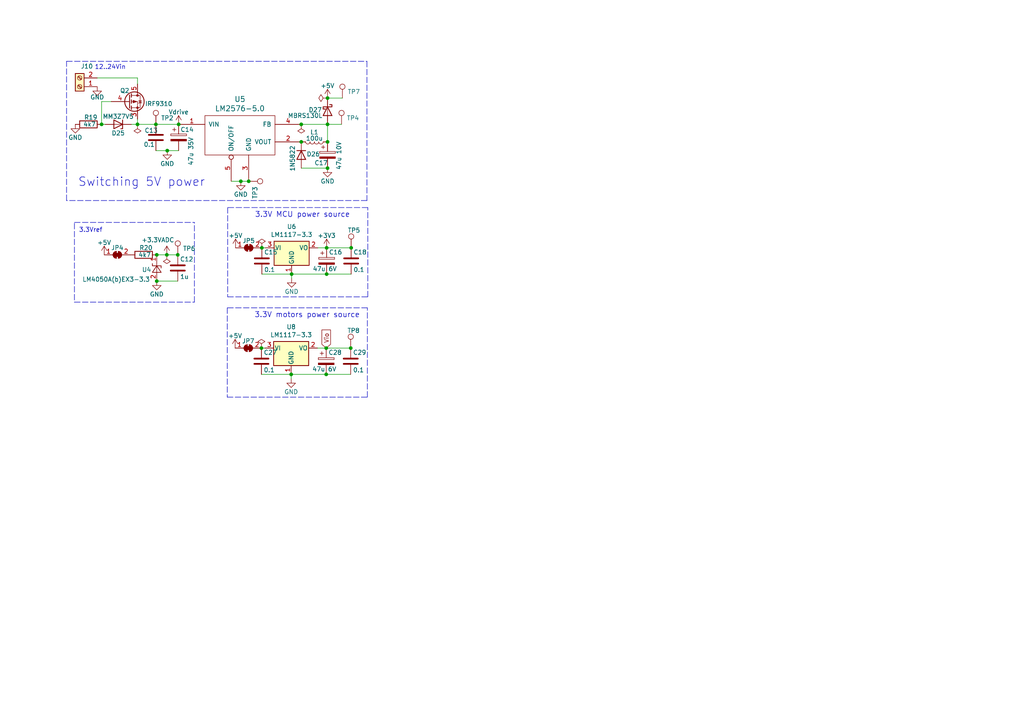
<source format=kicad_sch>
(kicad_sch (version 20211123) (generator eeschema)
  (paper "A4")
  (lib_symbols
    (symbol "Connector:Screw_Terminal_01x02" (pin_names (offset 1.016) hide)
      (property "Reference" "J" (at 0 2.54 0))
      (property "Value" "Screw_Terminal_01x02" (at 0 -5.08 0))
      (symbol "Screw_Terminal_01x02_1_1"
        (rectangle (start -1.27 1.27) (end 1.27 -3.81) (stroke (width 0.254)) (fill (type background)))
        (circle (center 0 -2.54) (radius 0.635) (stroke (width 0.1524)))
        (polyline (pts (xy -0.5334 -2.2098) (xy 0.3302 -3.048)) (stroke (width 0.1524)))
        (polyline (pts (xy -0.5334 0.3302) (xy 0.3302 -0.508)) (stroke (width 0.1524)))
        (polyline (pts (xy -0.3556 -2.032) (xy 0.508 -2.8702)) (stroke (width 0.1524)))
        (polyline (pts (xy -0.3556 0.508) (xy 0.508 -0.3302)) (stroke (width 0.1524)))
        (circle (center 0 0) (radius 0.635) (stroke (width 0.1524)))
        (pin passive line (at -5.08 0 0) (length 3.81) (name "Pin_1") (number "1"))
        (pin passive line (at -5.08 -2.54 0) (length 3.81) (name "Pin_2") (number "2"))
      )
    )
    (symbol "Connector:TestPoint" (pin_numbers hide) (pin_names (offset 0.762) hide)
      (property "Reference" "TP" (at 0 6.858 0))
      (property "Value" "TestPoint" (at 0 5.08 0))
      (symbol "TestPoint_0_1"
        (circle (center 0 3.302) (radius 0.762))
      )
      (symbol "TestPoint_1_1"
        (pin passive line (at 0 0 90) (length 2.54) (name "1") (number "1"))
      )
    )
    (symbol "Device:C" (pin_numbers hide) (pin_names (offset 0.254))
      (property "Reference" "C" (at 0.635 2.54 0))
      (property "Value" "C" (at 0.635 -2.54 0))
      (symbol "C_0_1"
        (polyline (pts (xy -2.032 -0.762) (xy 2.032 -0.762)) (stroke (width 0.508)))
        (polyline (pts (xy -2.032 0.762) (xy 2.032 0.762)) (stroke (width 0.508)))
      )
      (symbol "C_1_1"
        (pin passive line (at 0 3.81 270) (length 2.794) (name "~") (number "1"))
        (pin passive line (at 0 -3.81 90) (length 2.794) (name "~") (number "2"))
      )
    )
    (symbol "Device:C_Polarized" (pin_numbers hide) (pin_names (offset 0.254))
      (property "Reference" "C" (at 0.635 2.54 0))
      (property "Value" "C_Polarized" (at 0.635 -2.54 0))
      (symbol "C_Polarized_0_1"
        (rectangle (start -2.286 0.508) (end 2.286 1.016))
        (polyline (pts (xy -1.778 2.286) (xy -0.762 2.286)))
        (polyline (pts (xy -1.27 2.794) (xy -1.27 1.778)))
        (rectangle (start 2.286 -0.508) (end -2.286 -1.016) (fill (type outline)))
      )
      (symbol "C_Polarized_1_1"
        (pin passive line (at 0 3.81 270) (length 2.794) (name "~") (number "1"))
        (pin passive line (at 0 -3.81 90) (length 2.794) (name "~") (number "2"))
      )
    )
    (symbol "Device:D" (pin_numbers hide) (pin_names (offset 1.016) hide)
      (property "Reference" "D" (at 0 2.54 0))
      (property "Value" "D" (at 0 -2.54 0))
      (symbol "D_0_1"
        (polyline (pts (xy -1.27 1.27) (xy -1.27 -1.27)) (stroke (width 0.254)))
        (polyline (pts (xy 1.27 0) (xy -1.27 0)))
        (polyline (pts (xy 1.27 1.27) (xy 1.27 -1.27) (xy -1.27 0) (xy 1.27 1.27)) (stroke (width 0.254)))
      )
      (symbol "D_1_1"
        (pin passive line (at -3.81 0 0) (length 2.54) (name "K") (number "1"))
        (pin passive line (at 3.81 0 180) (length 2.54) (name "A") (number "2"))
      )
    )
    (symbol "Device:D_Schottky" (pin_numbers hide) (pin_names (offset 1.016) hide)
      (property "Reference" "D" (at 0 2.54 0))
      (property "Value" "D_Schottky" (at 0 -2.54 0))
      (symbol "D_Schottky_0_1"
        (polyline (pts (xy 1.27 0) (xy -1.27 0)))
        (polyline (pts (xy 1.27 1.27) (xy 1.27 -1.27) (xy -1.27 0) (xy 1.27 1.27)) (stroke (width 0.254)))
        (polyline (pts (xy -1.905 0.635) (xy -1.905 1.27) (xy -1.27 1.27) (xy -1.27 -1.27) (xy -0.635 -1.27) (xy -0.635 -0.635)) (stroke (width 0.254)))
      )
      (symbol "D_Schottky_1_1"
        (pin passive line (at -3.81 0 0) (length 2.54) (name "K") (number "1"))
        (pin passive line (at 3.81 0 180) (length 2.54) (name "A") (number "2"))
      )
    )
    (symbol "Device:D_Zener" (pin_numbers hide) (pin_names (offset 1.016) hide)
      (property "Reference" "D" (at 0 2.54 0))
      (property "Value" "D_Zener" (at 0 -2.54 0))
      (symbol "D_Zener_0_1"
        (polyline (pts (xy 1.27 0) (xy -1.27 0)))
        (polyline (pts (xy -1.27 -1.27) (xy -1.27 1.27) (xy -0.762 1.27)) (stroke (width 0.254)))
        (polyline (pts (xy 1.27 -1.27) (xy 1.27 1.27) (xy -1.27 0) (xy 1.27 -1.27)) (stroke (width 0.254)))
      )
      (symbol "D_Zener_1_1"
        (pin passive line (at -3.81 0 0) (length 2.54) (name "K") (number "1"))
        (pin passive line (at 3.81 0 180) (length 2.54) (name "A") (number "2"))
      )
    )
    (symbol "Device:L" (pin_numbers hide) (pin_names (offset 1.016) hide)
      (property "Reference" "L" (at -1.27 0 90))
      (property "Value" "L" (at 1.905 0 90))
      (symbol "L_0_1"
        (arc (start 0 -2.54) (mid 0.635 -1.905) (end 0 -1.27))
        (arc (start 0 -1.27) (mid 0.635 -0.635) (end 0 0))
        (arc (start 0 0) (mid 0.635 0.635) (end 0 1.27))
        (arc (start 0 1.27) (mid 0.635 1.905) (end 0 2.54))
      )
      (symbol "L_1_1"
        (pin passive line (at 0 3.81 270) (length 1.27) (name "1") (number "1"))
        (pin passive line (at 0 -3.81 90) (length 1.27) (name "2") (number "2"))
      )
    )
    (symbol "Device:R" (pin_numbers hide) (pin_names (offset 0))
      (property "Reference" "R" (at 2.032 0 90))
      (property "Value" "R" (at 0 0 90))
      (symbol "R_0_1"
        (rectangle (start -1.016 -2.54) (end 1.016 2.54) (stroke (width 0.254)))
      )
      (symbol "R_1_1"
        (pin passive line (at 0 3.81 270) (length 1.27) (name "~") (number "1"))
        (pin passive line (at 0 -3.81 90) (length 1.27) (name "~") (number "2"))
      )
    )
    (symbol "Jumper:SolderJumper_2_Bridged" (pin_names (offset 0) hide)
      (property "Reference" "JP" (at 0 2.032 0))
      (property "Value" "SolderJumper_2_Bridged" (at 0 -2.54 0))
      (symbol "SolderJumper_2_Bridged_0_1"
        (rectangle (start -0.508 0.508) (end 0.508 -0.508) (fill (type outline)))
        (arc (start -0.254 1.016) (mid -1.27 0) (end -0.254 -1.016))
        (arc (start -0.254 1.016) (mid -1.27 0) (end -0.254 -1.016) (fill (type outline)))
        (polyline (pts (xy -0.254 1.016) (xy -0.254 -1.016)))
        (polyline (pts (xy 0.254 1.016) (xy 0.254 -1.016)))
        (arc (start 0.254 -1.016) (mid 1.27 0) (end 0.254 1.016))
        (arc (start 0.254 -1.016) (mid 1.27 0) (end 0.254 1.016) (fill (type outline)))
      )
      (symbol "SolderJumper_2_Bridged_1_1"
        (pin passive line (at -3.81 0 0) (length 2.54) (name "A") (number "1"))
        (pin passive line (at 3.81 0 180) (length 2.54) (name "B") (number "2"))
      )
    )
    (symbol "Reference_Voltage:LM4040DBZ-3" (pin_names (offset 0.0254) hide)
      (property "Reference" "U" (at 0 2.54 0))
      (property "Value" "LM4040DBZ-3" (at 0 -3.175 0))
      (symbol "LM4040DBZ-3_0_1"
        (polyline (pts (xy -1.27 0) (xy 0 0) (xy 1.27 0)))
        (polyline (pts (xy -1.27 -1.27) (xy 0.635 0) (xy -1.27 1.27) (xy -1.27 -1.27)) (stroke (width 0.2032)))
        (polyline (pts (xy 0 -1.27) (xy 0.635 -1.27) (xy 0.635 1.27) (xy 1.27 1.27)) (stroke (width 0.2032)))
      )
      (symbol "LM4040DBZ-3_1_1"
        (pin passive line (at 3.81 0 180) (length 2.54) (name "K") (number "1"))
        (pin passive line (at -3.81 0 0) (length 2.54) (name "A") (number "2"))
      )
    )
    (symbol "Regulator_Linear:LM1117-3.3" (pin_names (offset 0.254))
      (property "Reference" "U" (at -3.81 3.175 0))
      (property "Value" "LM1117-3.3" (at 0 3.175 0))
      (symbol "LM1117-3.3_0_1"
        (rectangle (start -5.08 -5.08) (end 5.08 1.905) (stroke (width 0.254)) (fill (type background)))
      )
      (symbol "LM1117-3.3_1_1"
        (pin power_in line (at 0 -7.62 90) (length 2.54) (name "GND") (number "1"))
        (pin power_out line (at 7.62 0 180) (length 2.54) (name "VO") (number "2"))
        (pin power_in line (at -7.62 0 0) (length 2.54) (name "VI") (number "3"))
      )
    )
    (symbol "elements:IRF9310" (pin_names (offset 0) hide)
      (property "Reference" "Q" (at 5.08 1.27 0))
      (property "Value" "IRF9310" (at 5.08 -1.27 0))
      (symbol "IRF9310_0_1"
        (polyline (pts (xy 0.0508 0) (xy 0.254 0)))
        (polyline (pts (xy 0.762 -1.778) (xy 2.54 -1.778)))
        (polyline (pts (xy 0.762 -1.27) (xy 0.762 -2.286)) (stroke (width 0.254)))
        (polyline (pts (xy 0.762 0) (xy 2.54 0)))
        (polyline (pts (xy 0.762 0.508) (xy 0.762 -0.508)) (stroke (width 0.254)))
        (polyline (pts (xy 0.762 1.778) (xy 2.54 1.778)))
        (polyline (pts (xy 0.762 2.286) (xy 0.762 1.27)) (stroke (width 0.254)))
        (polyline (pts (xy 2.54 -1.778) (xy 2.54 -2.54)))
        (polyline (pts (xy 2.54 -1.778) (xy 2.54 0)))
        (polyline (pts (xy 2.54 2.54) (xy 2.54 1.778)))
        (polyline (pts (xy 0.254 1.905) (xy 0.254 -1.905) (xy 0.254 -1.905)) (stroke (width 0.254)))
        (polyline (pts (xy 2.286 0) (xy 1.27 -0.381) (xy 1.27 0.381) (xy 2.286 0)) (fill (type outline)))
        (polyline (pts (xy 2.54 -1.778) (xy 3.302 -1.778) (xy 3.302 1.778) (xy 2.54 1.778)))
        (polyline (pts (xy 2.794 -0.508) (xy 2.921 -0.381) (xy 3.683 -0.381) (xy 3.81 -0.254)))
        (polyline (pts (xy 3.302 -0.381) (xy 2.921 0.254) (xy 3.683 0.254) (xy 3.302 -0.381)))
        (circle (center 1.651 0) (radius 2.8194) (stroke (width 0.254)))
        (circle (center 2.54 -1.778) (radius 0.2794) (fill (type outline)))
        (circle (center 2.54 1.778) (radius 0.2794) (fill (type outline)))
      )
      (symbol "IRF9310_1_1"
        (pin passive line (at 2.54 -5.08 90) (length 2.54) hide (name "S") (number "1"))
        (pin passive line (at 2.54 -5.08 90) (length 2.54) hide (name "S") (number "2"))
        (pin passive line (at 2.54 -5.08 90) (length 2.54) (name "S") (number "3"))
        (pin input line (at -5.08 0 0) (length 5.08) (name "G") (number "4"))
        (pin passive line (at 2.54 5.08 270) (length 2.54) (name "D") (number "5"))
        (pin passive line (at 2.54 5.08 270) (length 2.54) hide (name "D") (number "6"))
        (pin passive line (at 2.54 5.08 270) (length 2.54) hide (name "D") (number "7"))
        (pin passive line (at 2.54 5.08 270) (length 2.54) hide (name "D") (number "8"))
      )
    )
    (symbol "power:+3.3V" (power) (pin_names (offset 0))
      (property "Value" "+3.3V" (at 0 3.556 0))
      (symbol "+3.3V_0_1"
        (polyline (pts (xy -0.762 1.27) (xy 0 2.54)))
        (polyline (pts (xy 0 0) (xy 0 2.54)))
        (polyline (pts (xy 0 2.54) (xy 0.762 1.27)))
      )
      (symbol "+3.3V_1_1"
        (pin power_in line (at 0 0 90) (length 0) hide (name "+3V3") (number "1"))
      )
    )
    (symbol "power:+3.3VADC" (power) (pin_names (offset 0))
      (property "Value" "+3.3VADC" (at 0 2.54 0))
      (symbol "+3.3VADC_0_0"
        (pin power_in line (at 0 0 90) (length 0) hide (name "+3.3VADC") (number "1"))
      )
      (symbol "+3.3VADC_0_1"
        (polyline (pts (xy -0.762 1.27) (xy 0 2.54)))
        (polyline (pts (xy 0 0) (xy 0 2.54)))
        (polyline (pts (xy 0 2.54) (xy 0.762 1.27)))
      )
    )
    (symbol "power:GND" (power) (pin_names (offset 0))
      (property "Value" "GND" (at 0 -3.81 0))
      (symbol "GND_0_1"
        (polyline (pts (xy 0 0) (xy 0 -1.27) (xy 1.27 -1.27) (xy 0 -2.54) (xy -1.27 -1.27) (xy 0 -1.27)))
      )
      (symbol "GND_1_1"
        (pin power_in line (at 0 0 270) (length 0) hide (name "GND") (number "1"))
      )
    )
    (symbol "power:PWR_FLAG" (power) (pin_numbers hide) (pin_names (offset 0) hide)
      (property "Value" "PWR_FLAG" (at 0 3.81 0))
      (symbol "PWR_FLAG_0_0"
        (pin power_out line (at 0 0 90) (length 0) (name "pwr") (number "1"))
      )
      (symbol "PWR_FLAG_0_1"
        (polyline (pts (xy 0 0) (xy 0 1.27) (xy -1.016 1.905) (xy 0 2.54) (xy 1.016 1.905) (xy 0 1.27)))
      )
    )
    (symbol "power:Vdrive" (power) (pin_names (offset 0))
      (property "Value" "Vdrive" (at 0 3.81 0))
      (symbol "Vdrive_0_1"
        (polyline (pts (xy -0.762 1.27) (xy 0 2.54)))
        (polyline (pts (xy 0 0) (xy 0 2.54)))
        (polyline (pts (xy 0 2.54) (xy 0.762 1.27)))
      )
      (symbol "Vdrive_1_1"
        (pin power_in line (at 0 0 90) (length 0) hide (name "Vdrive") (number "1"))
      )
    )
    (symbol "stm32-rescue:+5V" (power) (pin_names (offset 0))
      (property "Value" "+5V" (at 0 3.556 0))
      (symbol "+5V_0_1"
        (polyline (pts (xy -0.762 1.27) (xy 0 2.54)))
        (polyline (pts (xy 0 0) (xy 0 2.54)))
        (polyline (pts (xy 0 2.54) (xy 0.762 1.27)))
      )
      (symbol "+5V_1_1"
        (pin power_in line (at 0 0 90) (length 0) hide (name "+5V") (number "1"))
      )
    )
    (symbol "stm32-rescue:C" (pin_numbers hide) (pin_names (offset 0.254))
      (property "Reference" "C" (at 0.635 2.54 0))
      (property "Value" "C" (at 0.635 -2.54 0))
      (symbol "C_0_1"
        (polyline (pts (xy -2.032 -0.762) (xy 2.032 -0.762)) (stroke (width 0.508)))
        (polyline (pts (xy -2.032 0.762) (xy 2.032 0.762)) (stroke (width 0.508)))
      )
      (symbol "C_1_1"
        (pin passive line (at 0 3.81 270) (length 2.794) (name "~") (number "1"))
        (pin passive line (at 0 -3.81 90) (length 2.794) (name "~") (number "2"))
      )
    )
    (symbol "stm32-rescue:CP" (pin_numbers hide) (pin_names (offset 0.254))
      (property "Reference" "C" (at 0.635 2.54 0))
      (property "Value" "CP" (at 0.635 -2.54 0))
      (symbol "CP_0_1"
        (rectangle (start -2.286 0.508) (end -2.286 1.016))
        (rectangle (start -2.286 0.508) (end 2.286 0.508))
        (polyline (pts (xy -1.778 2.286) (xy -0.762 2.286)))
        (polyline (pts (xy -1.27 2.794) (xy -1.27 1.778)))
        (rectangle (start 2.286 -0.508) (end -2.286 -1.016) (fill (type outline)))
        (rectangle (start 2.286 1.016) (end -2.286 1.016))
        (rectangle (start 2.286 1.016) (end 2.286 0.508))
      )
      (symbol "CP_1_1"
        (pin passive line (at 0 3.81 270) (length 2.794) (name "~") (number "1"))
        (pin passive line (at 0 -3.81 90) (length 2.794) (name "~") (number "2"))
      )
    )
    (symbol "stm32-rescue:PWR_FLAG" (power) (pin_numbers hide) (pin_names (offset 0) hide)
      (property "Value" "PWR_FLAG" (at 0 3.81 0))
      (symbol "PWR_FLAG_0_0"
        (pin power_out line (at 0 0 90) (length 0) (name "pwr") (number "1"))
      )
      (symbol "PWR_FLAG_0_1"
        (polyline (pts (xy 0 0) (xy 0 1.27) (xy -1.016 1.905) (xy 0 2.54) (xy 1.016 1.905) (xy 0 1.27)))
      )
    )
    (symbol "vreg:LM2576" (pin_names (offset 1.016))
      (property "Reference" "U" (at -8.89 6.35 0))
      (property "Value" "LM2576" (at 6.35 6.35 0))
      (symbol "LM2576_0_1"
        (rectangle (start -10.16 5.08) (end 10.16 -6.35))
      )
      (symbol "LM2576_1_1"
        (pin power_in line (at -17.78 2.54 0) (length 7.62) (name "VIN") (number "1"))
        (pin power_out line (at 17.78 -2.54 180) (length 7.62) (name "VOUT") (number "2"))
        (pin power_in line (at 2.54 -13.97 90) (length 7.62) (name "GND") (number "3"))
        (pin input line (at 17.78 2.54 180) (length 7.62) (name "FB") (number "4"))
        (pin input inverted (at -2.54 -13.97 90) (length 7.62) (name "ON/OFF") (number "5"))
      )
    )
  )
  (junction (at 101.727 100.965))
  (junction (at 84.455 108.585))
  (junction (at 39.878 36.068))
  (junction (at 75.946 71.882))
  (junction (at 94.742 79.502))
  (junction (at 45.212 36.068))
  (junction (at 94.615 100.965))
  (junction (at 94.996 48.768))
  (junction (at 94.996 41.148))
  (junction (at 72.136 52.578))
  (junction (at 87.376 36.068))
  (junction (at 48.387 73.914))
  (junction (at 29.464 36.068))
  (junction (at 45.466 81.534))
  (junction (at 94.615 108.585))
  (junction (at 69.85 52.578))
  (junction (at 94.996 36.068))
  (junction (at 51.816 36.068))
  (junction (at 51.562 73.914))
  (junction (at 84.582 79.502))
  (junction (at 48.514 43.688))
  (junction (at 75.819 100.965))
  (junction (at 94.996 28.448))
  (junction (at 87.376 41.148))
  (junction (at 45.466 73.914))
  (junction (at 94.742 71.882))
  (junction (at 101.854 71.882))
  (polyline (pts (xy 106.68 60.198) (xy 66.04 60.198)))
  (wire (pts (xy 101.854 71.882) (xy 94.742 71.882)))
  (wire (pts (xy 39.878 36.068) (xy 39.878 34.544)))
  (polyline (pts (xy 106.426 58.166) (xy 19.304 58.166)))
  (wire (pts (xy 84.455 108.585) (xy 94.615 108.585)))
  (wire (pts (xy 48.514 43.688) (xy 51.816 43.688)))
  (wire (pts (xy 45.212 43.688) (xy 48.514 43.688)))
  (polyline (pts (xy 106.553 115.189) (xy 106.553 89.281)))
  (polyline (pts (xy 65.913 89.281) (xy 65.913 115.189)))
  (polyline (pts (xy 21.59 87.63) (xy 56.388 87.63)))
  (wire (pts (xy 76.835 100.965) (xy 75.819 100.965)))
  (wire (pts (xy 84.455 109.855) (xy 84.455 108.585)))
  (wire (pts (xy 101.727 100.965) (xy 94.615 100.965)))
  (wire (pts (xy 75.946 79.502) (xy 84.582 79.502)))
  (wire (pts (xy 101.727 108.585) (xy 94.615 108.585)))
  (wire (pts (xy 94.996 41.148) (xy 94.996 36.068)))
  (wire (pts (xy 75.819 108.585) (xy 84.455 108.585)))
  (wire (pts (xy 45.466 73.914) (xy 48.387 73.914)))
  (wire (pts (xy 69.85 52.578) (xy 67.056 52.578)))
  (wire (pts (xy 94.996 36.068) (xy 87.376 36.068)))
  (wire (pts (xy 99.314 28.448) (xy 94.996 28.448)))
  (polyline (pts (xy 65.913 115.189) (xy 106.553 115.189)))
  (polyline (pts (xy 106.553 89.281) (xy 65.913 89.281)))
  (wire (pts (xy 29.464 29.464) (xy 32.258 29.464)))
  (wire (pts (xy 48.387 73.914) (xy 51.562 73.914)))
  (wire (pts (xy 94.996 48.768) (xy 87.376 48.768)))
  (polyline (pts (xy 21.59 64.516) (xy 56.388 64.516)))
  (polyline (pts (xy 19.304 58.166) (xy 19.304 17.78)))
  (wire (pts (xy 99.06 36.068) (xy 94.996 36.068)))
  (wire (pts (xy 101.854 79.502) (xy 94.742 79.502)))
  (wire (pts (xy 84.582 79.502) (xy 94.742 79.502)))
  (polyline (pts (xy 66.04 86.106) (xy 106.68 86.106)))
  (polyline (pts (xy 106.68 86.106) (xy 106.68 60.198)))
  (wire (pts (xy 45.466 81.534) (xy 51.562 81.534)))
  (wire (pts (xy 39.878 36.068) (xy 45.212 36.068)))
  (wire (pts (xy 45.212 36.068) (xy 51.816 36.068)))
  (wire (pts (xy 76.962 71.882) (xy 75.946 71.882)))
  (wire (pts (xy 92.202 71.882) (xy 94.742 71.882)))
  (polyline (pts (xy 21.59 64.77) (xy 21.59 87.63)))
  (wire (pts (xy 84.582 80.772) (xy 84.582 79.502)))
  (wire (pts (xy 92.075 100.965) (xy 94.615 100.965)))
  (wire (pts (xy 72.136 52.578) (xy 69.85 52.578)))
  (polyline (pts (xy 56.388 87.63) (xy 56.388 64.516)))
  (wire (pts (xy 51.943 36.068) (xy 51.816 36.068)))
  (polyline (pts (xy 66.04 60.198) (xy 66.04 86.106)))
  (wire (pts (xy 30.48 36.068) (xy 29.464 36.068)))
  (wire (pts (xy 28.194 22.606) (xy 39.878 22.606)))
  (polyline (pts (xy 19.304 17.78) (xy 106.426 17.78)))
  (polyline (pts (xy 106.426 17.78) (xy 106.426 58.166)))
  (wire (pts (xy 39.878 22.606) (xy 39.878 24.384)))
  (wire (pts (xy 29.464 36.068) (xy 29.464 29.464)))
  (wire (pts (xy 38.1 36.068) (xy 39.878 36.068)))
  (text "Switching 5V power" (at 22.606 54.356 0) (effects (font (size 2.4892 2.4892)) (justify left bottom)))
  (text "3.3Vref" (at 22.86 67.564 0) (effects (font (size 1.27 1.27)) (justify left bottom)))
  (text "3.3V MCU power source" (at 73.914 63.246 0) (effects (font (size 1.524 1.524)) (justify left bottom)))
  (text "12..24Vin" (at 27.432 20.32 0) (effects (font (size 1.27 1.27)) (justify left bottom)))
  (text "3.3V motors power source" (at 73.787 92.329 0) (effects (font (size 1.524 1.524)) (justify left bottom)))
  (global_label "Vio" (shape input) (at 94.615 100.965 90) (property "Intersheet References" "${INTERSHEET_REFS}" (effects hide)))
  (symbol (lib_id "elements:IRF9310") (at 37.338 29.464 0) (unit 1)
    (property "Reference" "Q2" (at 34.798 26.289 0) (effects (justify left)))
    (property "Value" "IRF9310" (at 42.037 30.099 0) (effects (justify left)))
    (property "Footprint" "Package_SO:SO-8_3.9x4.9mm_P1.27mm" (effects hide))
  )
  (symbol (lib_id "stm32-rescue:PWR_FLAG") (at 48.387 73.914 180) (unit 1)
    (property "Reference" "#FLG01" (effects hide))
    (property "Value" "PWR_FLAG" (effects hide))
  )
  (symbol (lib_id "Device:D") (at 87.376 44.958 270) (unit 1)
    (property "Reference" "D26" (at 88.9 44.704 90) (effects (justify left)))
    (property "Value" "1N5822" (at 84.836 42.164 0) (effects (justify left)))
    (property "Footprint" "Diode_THT:D_DO-201_P3.81mm_Vertical_AnodeUp" (effects hide))
  )
  (symbol (lib_id "stm32-rescue:C") (at 75.819 104.775 0) (unit 1)
    (property "Reference" "C27" (at 76.454 102.235 0) (effects (justify left)))
    (property "Value" "0.1" (at 76.454 107.315 0) (effects (justify left)))
    (property "Footprint" "Capacitor_SMD:C_0603_1608Metric_Pad1.08x0.95mm_HandSolder" (effects hide))
  )
  (symbol (lib_id "Reference_Voltage:LM4040DBZ-3") (at 45.466 77.724 90) (unit 1)
    (property "Reference" "U4" (at 41.148 78.232 90) (effects (justify right)))
    (property "Value" "LM4050A(b)EX3-3.3" (at 23.876 81.026 90) (effects (justify right)))
    (property "Footprint" "Package_TO_SOT_SMD:SOT-323_SC-70_Handsoldering" (effects hide))
    (property "Datasheet" "http://www.ti.com/lit/ds/symlink/lm4040-n.pdf" (effects hide))
  )
  (symbol (lib_id "Jumper:SolderJumper_2_Bridged") (at 72.136 71.882 0) (unit 1)
    (property "Reference" "JP5" (at 72.136 69.8302 0))
    (property "Value" "3V3" (effects hide))
    (property "Footprint" "Jumper:SolderJumper-2_P1.3mm_Open_TrianglePad1.0x1.5mm" (effects hide))
  )
  (symbol (lib_id "power:GND") (at 84.455 109.855 0) (unit 1)
    (property "Reference" "#PWR061" (effects hide))
    (property "Value" "GND" (at 84.455 113.665 0))
  )
  (symbol (lib_id "power:PWR_FLAG") (at 75.819 100.965 0) (unit 1)
    (property "Reference" "#FLG04" (effects hide))
    (property "Value" "PWR_FLAG" (effects hide))
  )
  (symbol (lib_id "stm32-rescue:+5V") (at 68.199 100.965 0) (unit 1)
    (property "Reference" "#PWR037" (effects hide))
    (property "Value" "+5V" (at 68.199 97.409 0))
  )
  (symbol (lib_id "Device:C_Polarized") (at 94.996 44.958 0) (unit 1)
    (property "Reference" "C17" (at 91.186 47.244 0) (effects (justify left)))
    (property "Value" "47u 10V" (at 98.298 49.276 90) (effects (justify left)))
    (property "Footprint" "Capacitor_Tantalum_SMD:CP_EIA-6032-28_Kemet-C_Pad2.25x2.35mm_HandSolder" (effects hide))
  )
  (symbol (lib_id "power:GND") (at 28.194 25.146 0) (unit 1)
    (property "Reference" "#PWR026" (effects hide))
    (property "Value" "GND" (at 28.194 28.194 0))
  )
  (symbol (lib_id "stm32-rescue:PWR_FLAG") (at 39.878 36.068 180) (unit 1)
    (property "Reference" "#FLG02" (effects hide))
    (property "Value" "PWR_FLAG" (effects hide))
  )
  (symbol (lib_id "power:+3.3VADC") (at 48.387 73.914 0) (mirror y) (unit 1)
    (property "Reference" "#PWR028" (effects hide))
    (property "Value" "+3.3VADC" (at 41.021 69.596 0) (effects (justify right)))
  )
  (symbol (lib_id "vreg:LM2576") (at 69.596 38.608 0) (unit 1)
    (property "Reference" "U5" (at 69.596 28.7782 0) (effects (font (size 1.524 1.524))))
    (property "Value" "LM2576-5.0" (at 69.596 31.4706 0) (effects (font (size 1.524 1.524))))
    (property "Footprint" "Package_TO_SOT_THT:TO-220-5_P3.4x3.7mm_StaggerEven_Lead3.8mm_Vertical" (effects hide))
    (property "Manufacturer" "Texas Instruments" (effects hide))
  )
  (symbol (lib_id "Jumper:SolderJumper_2_Bridged") (at 72.009 100.965 0) (unit 1)
    (property "Reference" "JP7" (at 72.009 98.9132 0))
    (property "Value" "Vio" (effects hide))
    (property "Footprint" "Jumper:SolderJumper-2_P1.3mm_Open_TrianglePad1.0x1.5mm" (effects hide))
  )
  (symbol (lib_id "stm32-rescue:+5V") (at 68.326 71.882 0) (unit 1)
    (property "Reference" "#PWR032" (effects hide))
    (property "Value" "+5V" (at 68.326 68.326 0))
  )
  (symbol (lib_id "power:PWR_FLAG") (at 94.996 28.448 90) (unit 1)
    (property "Reference" "#FLG0102" (effects hide))
    (property "Value" "PWR_FLAG" (effects hide))
  )
  (symbol (lib_id "Connector:Screw_Terminal_01x02") (at 23.114 25.146 180) (unit 1)
    (property "Reference" "J10" (at 25.1968 19.2278 0))
    (property "Value" "Screw_Terminal_01x02" (effects hide))
    (property "Footprint" "TerminalBlock_Phoenix:TerminalBlock_Phoenix_MKDS-1,5-2_1x02_P5.00mm_Horizontal" (effects hide))
  )
  (symbol (lib_id "stm32-rescue:C") (at 51.562 77.724 0) (unit 1)
    (property "Reference" "C12" (at 52.197 75.184 0) (effects (justify left)))
    (property "Value" "1u" (at 52.197 80.264 0) (effects (justify left)))
    (property "Footprint" "Capacitor_SMD:C_0603_1608Metric_Pad1.08x0.95mm_HandSolder" (effects hide))
  )
  (symbol (lib_id "Connector:TestPoint") (at 99.06 36.068 0) (unit 1)
    (property "Reference" "TP4" (at 100.5332 34.2392 0) (effects (justify left)))
    (property "Value" "5Vext" (effects hide))
    (property "Footprint" "TestPoint:TestPoint_THTPad_1.5x1.5mm_Drill0.7mm" (effects hide))
  )
  (symbol (lib_id "power:GND") (at 48.514 43.688 0) (unit 1)
    (property "Reference" "#PWR029" (effects hide))
    (property "Value" "GND" (at 48.514 47.498 0))
  )
  (symbol (lib_id "Device:C") (at 45.212 39.878 0) (unit 1)
    (property "Reference" "C13" (at 41.91 37.846 0) (effects (justify left)))
    (property "Value" "0.1" (at 41.656 41.91 0) (effects (justify left)))
    (property "Footprint" "Capacitor_SMD:C_0603_1608Metric_Pad1.08x0.95mm_HandSolder" (effects hide))
  )
  (symbol (lib_id "Jumper:SolderJumper_2_Bridged") (at 34.036 73.914 0) (unit 1)
    (property "Reference" "JP4" (at 34.036 71.8622 0))
    (property "Value" "3V3ADC" (effects hide))
    (property "Footprint" "Jumper:SolderJumper-2_P1.3mm_Open_TrianglePad1.0x1.5mm" (effects hide))
  )
  (symbol (lib_id "power:GND") (at 21.844 36.068 0) (unit 1)
    (property "Reference" "#PWR024" (effects hide))
    (property "Value" "GND" (at 21.844 39.878 0))
  )
  (symbol (lib_id "Connector:TestPoint") (at 101.727 100.965 0) (unit 1)
    (property "Reference" "TP8" (at 100.711 95.885 0) (effects (justify left)))
    (property "Value" "Vio" (effects hide))
    (property "Footprint" "TestPoint:TestPoint_THTPad_1.5x1.5mm_Drill0.7mm" (effects hide))
  )
  (symbol (lib_id "Connector:TestPoint") (at 99.314 28.448 0) (unit 1)
    (property "Reference" "TP7" (at 100.7872 26.6192 0) (effects (justify left)))
    (property "Value" "5V" (effects hide))
    (property "Footprint" "TestPoint:TestPoint_THTPad_1.5x1.5mm_Drill0.7mm" (effects hide))
  )
  (symbol (lib_id "Device:R") (at 25.654 36.068 270) (unit 1)
    (property "Reference" "R19" (at 24.384 34.036 90) (effects (justify left)))
    (property "Value" "4k7" (at 24.13 36.068 90) (effects (justify left)))
    (property "Footprint" "Resistor_SMD:R_0603_1608Metric_Pad0.98x0.95mm_HandSolder" (effects hide))
  )
  (symbol (lib_id "stm32-rescue:PWR_FLAG") (at 87.376 36.068 180) (unit 1)
    (property "Reference" "#FLG03" (effects hide))
    (property "Value" "PWR_FLAG" (effects hide))
  )
  (symbol (lib_id "Device:D_Zener") (at 34.29 36.068 180) (unit 1)
    (property "Reference" "D25" (at 34.29 38.608 0))
    (property "Value" "MM3Z7V5" (at 34.29 33.782 0))
    (property "Footprint" "Diode_SMD:D_0805_2012Metric_Pad1.15x1.40mm_HandSolder" (effects hide))
  )
  (symbol (lib_id "Connector:TestPoint") (at 101.854 71.882 0) (unit 1)
    (property "Reference" "TP5" (at 100.838 66.802 0) (effects (justify left)))
    (property "Value" "3.3V" (effects hide))
    (property "Footprint" "TestPoint:TestPoint_THTPad_1.5x1.5mm_Drill0.7mm" (effects hide))
  )
  (symbol (lib_id "power:PWR_FLAG") (at 75.946 71.882 0) (unit 1)
    (property "Reference" "#FLG0101" (effects hide))
    (property "Value" "PWR_FLAG" (effects hide))
  )
  (symbol (lib_id "Connector:TestPoint") (at 45.212 36.068 0) (unit 1)
    (property "Reference" "TP2" (at 46.6852 34.2392 0) (effects (justify left)))
    (property "Value" "Vin" (effects hide))
    (property "Footprint" "TestPoint:TestPoint_THTPad_1.5x1.5mm_Drill0.7mm" (effects hide))
  )
  (symbol (lib_id "stm32-rescue:+5V") (at 30.226 73.914 0) (unit 1)
    (property "Reference" "#PWR025" (effects hide))
    (property "Value" "+5V" (at 30.226 70.358 0))
  )
  (symbol (lib_id "stm32-rescue:CP") (at 94.615 104.775 0) (unit 1)
    (property "Reference" "C28" (at 95.25 102.235 0) (effects (justify left)))
    (property "Value" "47u 6V" (at 90.551 107.061 0) (effects (justify left)))
    (property "Footprint" "Capacitor_Tantalum_SMD:CP_EIA-3216-18_Kemet-A_Pad1.58x1.35mm_HandSolder" (effects hide))
  )
  (symbol (lib_id "Device:C_Polarized") (at 51.816 39.878 0) (unit 1)
    (property "Reference" "C14" (at 52.324 37.592 0) (effects (justify left)))
    (property "Value" "47u 35V" (at 55.372 48.006 90) (effects (justify left)))
    (property "Footprint" "Capacitor_Tantalum_SMD:CP_EIA-6032-28_Kemet-C_Pad2.25x2.35mm_HandSolder" (effects hide))
  )
  (symbol (lib_id "power:GND") (at 69.85 52.578 0) (unit 1)
    (property "Reference" "#PWR031" (effects hide))
    (property "Value" "GND" (at 69.85 56.388 0))
  )
  (symbol (lib_id "power:+3.3V") (at 94.742 71.882 0) (unit 1)
    (property "Reference" "#PWR034" (effects hide))
    (property "Value" "+3.3V" (at 94.742 68.326 0))
  )
  (symbol (lib_id "stm32-rescue:CP") (at 94.742 75.692 0) (unit 1)
    (property "Reference" "C16" (at 95.377 73.152 0) (effects (justify left)))
    (property "Value" "47u 6V" (at 90.678 77.978 0) (effects (justify left)))
    (property "Footprint" "Capacitor_Tantalum_SMD:CP_EIA-3216-18_Kemet-A_Pad1.58x1.35mm_HandSolder" (effects hide))
  )
  (symbol (lib_id "power:Vdrive") (at 51.816 36.068 0) (unit 1)
    (property "Reference" "#PWR030" (effects hide))
    (property "Value" "Vdrive" (at 51.816 32.4922 0))
  )
  (symbol (lib_id "Device:R") (at 41.656 73.914 270) (unit 1)
    (property "Reference" "R20" (at 40.386 71.882 90) (effects (justify left)))
    (property "Value" "4k7" (at 40.132 73.914 90) (effects (justify left)))
    (property "Footprint" "Resistor_SMD:R_0603_1608Metric_Pad0.98x0.95mm_HandSolder" (effects hide))
  )
  (symbol (lib_id "Device:D_Schottky") (at 94.996 32.258 270) (unit 1)
    (property "Reference" "D27" (at 91.44 31.877 90))
    (property "Value" "MBRS130L" (at 88.519 33.528 90))
    (property "Footprint" "Diode_SMD:D_SMB_Handsoldering" (effects hide))
  )
  (symbol (lib_id "Device:L") (at 91.186 41.148 270) (unit 1)
    (property "Reference" "L1" (at 91.186 38.354 90))
    (property "Value" "100u" (at 91.186 40.132 90))
    (property "Footprint" "Inductor_THT:L_Toroid_Horizontal_D6.5mm_P10.00mm_Diameter7-5mm_Amidon-T25" (effects hide))
  )
  (symbol (lib_id "Regulator_Linear:LM1117-3.3") (at 84.582 71.882 0) (unit 1)
    (property "Reference" "U6" (at 84.582 65.7352 0))
    (property "Value" "LM1117-3.3" (at 84.582 68.0466 0))
    (property "Footprint" "Package_TO_SOT_SMD:SOT-223-3_TabPin2" (effects hide))
    (property "Datasheet" "http://www.ti.com/lit/ds/symlink/lm1117.pdf" (effects hide))
  )
  (symbol (lib_id "stm32-rescue:C") (at 101.727 104.775 0) (unit 1)
    (property "Reference" "C29" (at 102.362 102.235 0) (effects (justify left)))
    (property "Value" "0.1" (at 102.362 107.315 0) (effects (justify left)))
    (property "Footprint" "Capacitor_SMD:C_0603_1608Metric_Pad1.08x0.95mm_HandSolder" (effects hide))
  )
  (symbol (lib_id "stm32-rescue:C") (at 75.946 75.692 0) (unit 1)
    (property "Reference" "C15" (at 76.581 73.152 0) (effects (justify left)))
    (property "Value" "0.1" (at 76.581 78.232 0) (effects (justify left)))
    (property "Footprint" "Capacitor_SMD:C_0603_1608Metric_Pad1.08x0.95mm_HandSolder" (effects hide))
  )
  (symbol (lib_id "Connector:TestPoint") (at 72.136 52.578 270) (unit 1)
    (property "Reference" "TP3" (at 73.9648 54.0512 0) (effects (justify left)))
    (property "Value" "Gnd" (effects hide))
    (property "Footprint" "TestPoint:TestPoint_THTPad_1.5x1.5mm_Drill0.7mm" (effects hide))
  )
  (symbol (lib_id "power:GND") (at 45.466 81.534 0) (unit 1)
    (property "Reference" "#PWR027" (effects hide))
    (property "Value" "GND" (at 45.466 85.344 0))
  )
  (symbol (lib_id "stm32-rescue:+5V") (at 94.996 28.448 0) (unit 1)
    (property "Reference" "#PWR035" (effects hide))
    (property "Value" "+5V" (at 94.996 24.892 0))
  )
  (symbol (lib_id "stm32-rescue:C") (at 101.854 75.692 0) (unit 1)
    (property "Reference" "C18" (at 102.489 73.152 0) (effects (justify left)))
    (property "Value" "0.1" (at 102.489 78.232 0) (effects (justify left)))
    (property "Footprint" "Capacitor_SMD:C_0603_1608Metric_Pad1.08x0.95mm_HandSolder" (effects hide))
  )
  (symbol (lib_id "power:GND") (at 84.582 80.772 0) (unit 1)
    (property "Reference" "#PWR033" (effects hide))
    (property "Value" "GND" (at 84.582 84.582 0))
  )
  (symbol (lib_id "Regulator_Linear:LM1117-3.3") (at 84.455 100.965 0) (unit 1)
    (property "Reference" "U8" (at 84.455 94.8182 0))
    (property "Value" "LM1117-3.3" (at 84.455 97.1296 0))
    (property "Footprint" "Package_TO_SOT_SMD:SOT-223-3_TabPin2" (effects hide))
    (property "Datasheet" "http://www.ti.com/lit/ds/symlink/lm1117.pdf" (effects hide))
  )
  (symbol (lib_id "power:GND") (at 94.996 48.768 0) (unit 1)
    (property "Reference" "#PWR036" (effects hide))
    (property "Value" "GND" (at 94.996 52.578 0))
  )
  (symbol (lib_id "Connector:TestPoint") (at 51.562 73.914 0) (unit 1)
    (property "Reference" "TP6" (at 53.0352 72.0852 0) (effects (justify left)))
    (property "Value" "3V3ADC" (effects hide))
    (property "Footprint" "TestPoint:TestPoint_THTPad_1.5x1.5mm_Drill0.7mm" (effects hide))
  )
)
</source>
